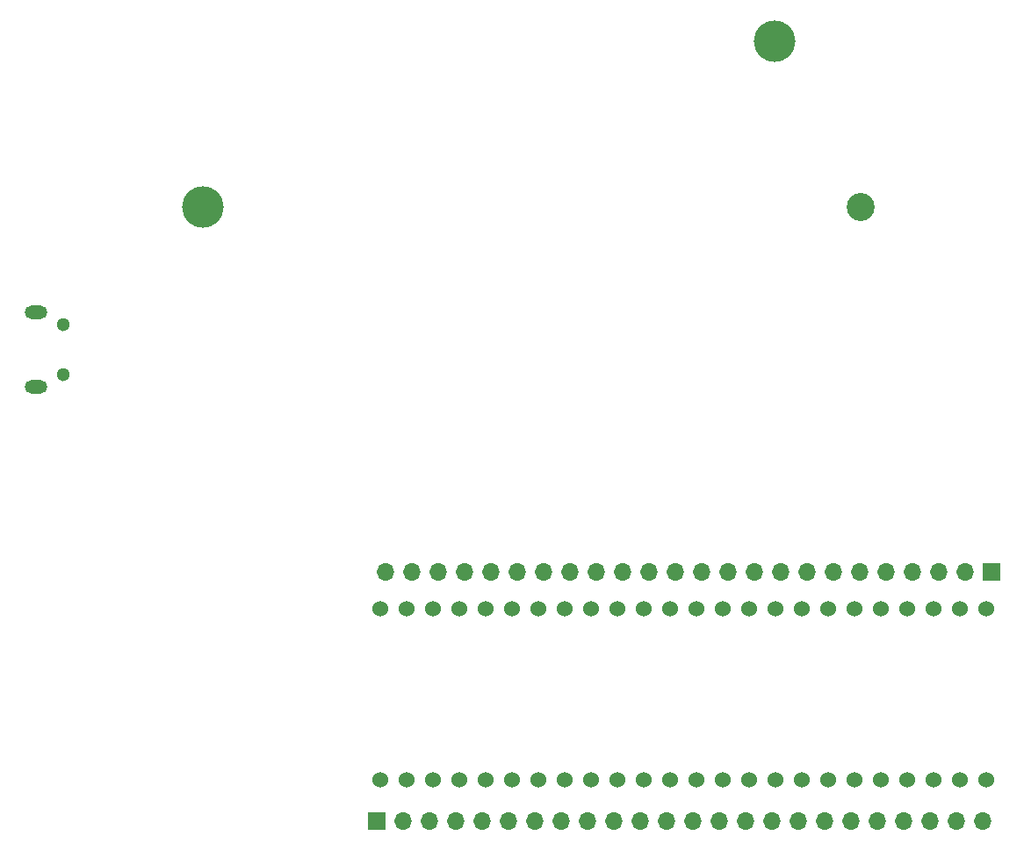
<source format=gbs>
%TF.GenerationSoftware,KiCad,Pcbnew,(7.0.0)*%
%TF.CreationDate,2023-04-13T21:40:42+02:00*%
%TF.ProjectId,SCHEMATICS,53434845-4d41-4544-9943-532e6b696361,rev?*%
%TF.SameCoordinates,Original*%
%TF.FileFunction,Soldermask,Bot*%
%TF.FilePolarity,Negative*%
%FSLAX46Y46*%
G04 Gerber Fmt 4.6, Leading zero omitted, Abs format (unit mm)*
G04 Created by KiCad (PCBNEW (7.0.0)) date 2023-04-13 21:40:42*
%MOMM*%
%LPD*%
G01*
G04 APERTURE LIST*
%ADD10C,1.524000*%
%ADD11C,1.300000*%
%ADD12O,2.200000X1.300000*%
%ADD13R,1.700000X1.700000*%
%ADD14O,1.700000X1.700000*%
%ADD15C,4.000000*%
%ADD16C,2.700000*%
G04 APERTURE END LIST*
D10*
%TO.C,U8*%
X184126500Y-106193500D03*
X181586500Y-106193500D03*
X179046500Y-106193500D03*
X176506500Y-106193500D03*
X173966500Y-106193500D03*
X171426500Y-106193500D03*
X168886500Y-106193500D03*
X166346500Y-106193500D03*
X163806500Y-106193500D03*
X161266500Y-106193500D03*
X158726500Y-106193500D03*
X156186500Y-106193500D03*
X153646500Y-106193500D03*
X151106500Y-106193500D03*
X148566500Y-106193500D03*
X146026500Y-106193500D03*
X143486500Y-106193500D03*
X140946500Y-106193500D03*
X138406500Y-106193500D03*
X135866500Y-106193500D03*
X133326500Y-106193500D03*
X130786500Y-106193500D03*
X128246500Y-106193500D03*
X125706500Y-106193500D03*
X125706500Y-122703500D03*
X128246500Y-122703500D03*
X130786500Y-122703500D03*
X133326500Y-122703500D03*
X135866500Y-122703500D03*
X138406500Y-122703500D03*
X140946500Y-122703500D03*
X143486500Y-122703500D03*
X146026500Y-122703500D03*
X148566500Y-122703500D03*
X151106500Y-122703500D03*
X153646500Y-122703500D03*
X156186500Y-122703500D03*
X158726500Y-122703500D03*
X161266500Y-122703500D03*
X163806500Y-122703500D03*
X166346500Y-122703500D03*
X168886500Y-122703500D03*
X171426500Y-122703500D03*
X173966500Y-122703500D03*
X176506500Y-122703500D03*
X179046500Y-122703500D03*
X181586500Y-122703500D03*
X184126500Y-122703500D03*
%TD*%
D11*
%TO.C,MicroXNJ1*%
X95148717Y-83599886D03*
D12*
X92478663Y-84774891D03*
X92478663Y-77574993D03*
D11*
X95148717Y-78750000D03*
%TD*%
D13*
%TO.C,J2*%
X125306499Y-126703499D03*
D14*
X127846499Y-126703499D03*
X130386499Y-126703499D03*
X132926499Y-126703499D03*
X135466499Y-126703499D03*
X138006499Y-126703499D03*
X140546499Y-126703499D03*
X143086499Y-126703499D03*
X145626499Y-126703499D03*
X148166499Y-126703499D03*
X150706499Y-126703499D03*
X153246499Y-126703499D03*
X155786499Y-126703499D03*
X158326499Y-126703499D03*
X160866499Y-126703499D03*
X163406499Y-126703499D03*
X165946499Y-126703499D03*
X168486499Y-126703499D03*
X171026499Y-126703499D03*
X173566499Y-126703499D03*
X176106499Y-126703499D03*
X178646499Y-126703499D03*
X181186499Y-126703499D03*
X183726499Y-126703499D03*
%TD*%
D15*
%TO.C,U9*%
X108544000Y-67419000D03*
X163744000Y-51419000D03*
D16*
X171964000Y-67419000D03*
%TD*%
D13*
%TO.C,J1*%
X184586499Y-102703499D03*
D14*
X182046499Y-102703499D03*
X179506499Y-102703499D03*
X176966499Y-102703499D03*
X174426499Y-102703499D03*
X171886499Y-102703499D03*
X169346499Y-102703499D03*
X166806499Y-102703499D03*
X164266499Y-102703499D03*
X161726499Y-102703499D03*
X159186499Y-102703499D03*
X156646499Y-102703499D03*
X154106499Y-102703499D03*
X151566499Y-102703499D03*
X149026499Y-102703499D03*
X146486499Y-102703499D03*
X143946499Y-102703499D03*
X141406499Y-102703499D03*
X138866499Y-102703499D03*
X136326499Y-102703499D03*
X133786499Y-102703499D03*
X131246499Y-102703499D03*
X128706499Y-102703499D03*
X126166499Y-102703499D03*
%TD*%
M02*

</source>
